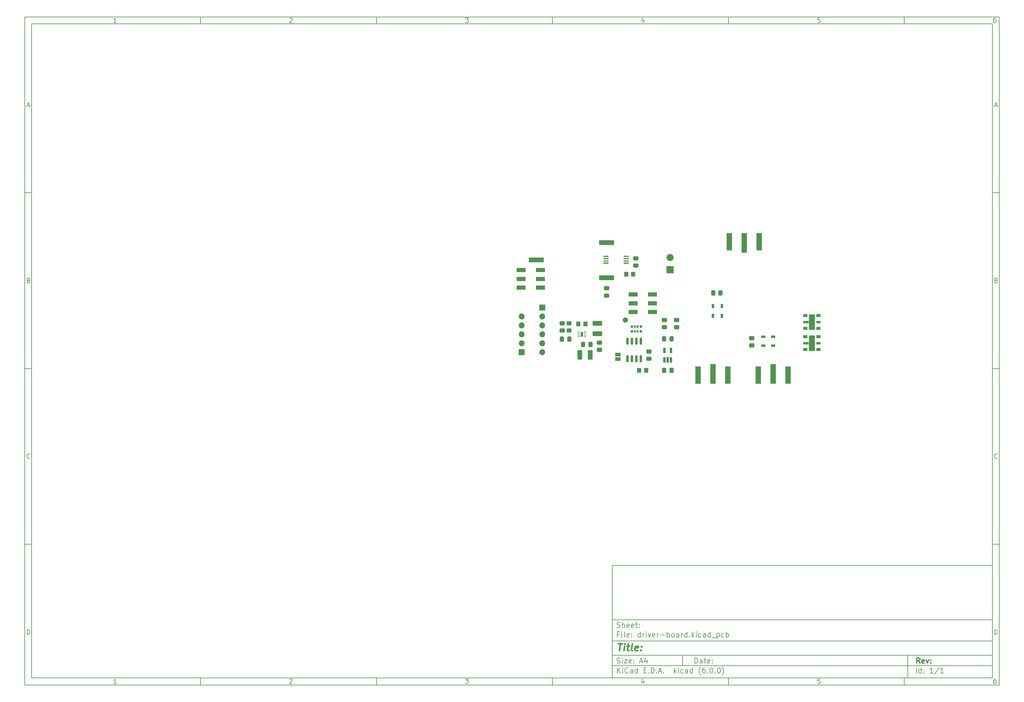
<source format=gbr>
%TF.GenerationSoftware,KiCad,Pcbnew,(6.0.0)*%
%TF.CreationDate,2022-05-25T15:20:13+02:00*%
%TF.ProjectId,driver-board,64726976-6572-42d6-926f-6172642e6b69,rev?*%
%TF.SameCoordinates,Original*%
%TF.FileFunction,Soldermask,Top*%
%TF.FilePolarity,Negative*%
%FSLAX46Y46*%
G04 Gerber Fmt 4.6, Leading zero omitted, Abs format (unit mm)*
G04 Created by KiCad (PCBNEW (6.0.0)) date 2022-05-25 15:20:13*
%MOMM*%
%LPD*%
G01*
G04 APERTURE LIST*
G04 Aperture macros list*
%AMRoundRect*
0 Rectangle with rounded corners*
0 $1 Rounding radius*
0 $2 $3 $4 $5 $6 $7 $8 $9 X,Y pos of 4 corners*
0 Add a 4 corners polygon primitive as box body*
4,1,4,$2,$3,$4,$5,$6,$7,$8,$9,$2,$3,0*
0 Add four circle primitives for the rounded corners*
1,1,$1+$1,$2,$3*
1,1,$1+$1,$4,$5*
1,1,$1+$1,$6,$7*
1,1,$1+$1,$8,$9*
0 Add four rect primitives between the rounded corners*
20,1,$1+$1,$2,$3,$4,$5,0*
20,1,$1+$1,$4,$5,$6,$7,0*
20,1,$1+$1,$6,$7,$8,$9,0*
20,1,$1+$1,$8,$9,$2,$3,0*%
%AMOutline5P*
0 Free polygon, 5 corners , with rotation*
0 The origin of the aperture is its center*
0 number of corners: always 5*
0 $1 to $10 corner X, Y*
0 $11 Rotation angle, in degrees counterclockwise*
0 create outline with 5 corners*
4,1,5,$1,$2,$3,$4,$5,$6,$7,$8,$9,$10,$1,$2,$11*%
%AMOutline6P*
0 Free polygon, 6 corners , with rotation*
0 The origin of the aperture is its center*
0 number of corners: always 6*
0 $1 to $12 corner X, Y*
0 $13 Rotation angle, in degrees counterclockwise*
0 create outline with 6 corners*
4,1,6,$1,$2,$3,$4,$5,$6,$7,$8,$9,$10,$11,$12,$1,$2,$13*%
%AMOutline7P*
0 Free polygon, 7 corners , with rotation*
0 The origin of the aperture is its center*
0 number of corners: always 7*
0 $1 to $14 corner X, Y*
0 $15 Rotation angle, in degrees counterclockwise*
0 create outline with 7 corners*
4,1,7,$1,$2,$3,$4,$5,$6,$7,$8,$9,$10,$11,$12,$13,$14,$1,$2,$15*%
%AMOutline8P*
0 Free polygon, 8 corners , with rotation*
0 The origin of the aperture is its center*
0 number of corners: always 8*
0 $1 to $16 corner X, Y*
0 $17 Rotation angle, in degrees counterclockwise*
0 create outline with 8 corners*
4,1,8,$1,$2,$3,$4,$5,$6,$7,$8,$9,$10,$11,$12,$13,$14,$15,$16,$1,$2,$17*%
G04 Aperture macros list end*
%ADD10C,0.100000*%
%ADD11C,0.150000*%
%ADD12C,0.300000*%
%ADD13C,0.400000*%
%ADD14R,1.700000X1.700000*%
%ADD15O,1.700000X1.700000*%
%ADD16RoundRect,0.062500X-0.287500X-0.062500X0.287500X-0.062500X0.287500X0.062500X-0.287500X0.062500X0*%
%ADD17Outline5P,-0.320000X0.557000X-0.192000X0.685000X0.320000X0.685000X0.320000X-0.685000X-0.320000X-0.685000X0.000000*%
%ADD18RoundRect,0.250000X0.450000X-0.350000X0.450000X0.350000X-0.450000X0.350000X-0.450000X-0.350000X0*%
%ADD19RoundRect,0.250000X0.337500X0.475000X-0.337500X0.475000X-0.337500X-0.475000X0.337500X-0.475000X0*%
%ADD20R,0.640000X0.700000*%
%ADD21R,0.500000X0.700000*%
%ADD22R,1.500000X1.000000*%
%ADD23RoundRect,0.250001X0.462499X1.074999X-0.462499X1.074999X-0.462499X-1.074999X0.462499X-1.074999X0*%
%ADD24R,0.760000X1.270000*%
%ADD25RoundRect,0.250000X0.475000X-0.337500X0.475000X0.337500X-0.475000X0.337500X-0.475000X-0.337500X0*%
%ADD26R,1.500000X5.600000*%
%ADD27R,1.600000X4.900000*%
%ADD28RoundRect,0.250000X-0.475000X0.337500X-0.475000X-0.337500X0.475000X-0.337500X0.475000X0.337500X0*%
%ADD29R,2.500000X1.200000*%
%ADD30RoundRect,0.250000X-0.337500X-0.475000X0.337500X-0.475000X0.337500X0.475000X-0.337500X0.475000X0*%
%ADD31R,2.000000X2.000000*%
%ADD32C,2.000000*%
%ADD33R,1.270000X0.760000*%
%ADD34RoundRect,0.250000X0.350000X0.450000X-0.350000X0.450000X-0.350000X-0.450000X0.350000X-0.450000X0*%
%ADD35R,4.200000X1.400000*%
%ADD36RoundRect,0.100000X0.637500X0.100000X-0.637500X0.100000X-0.637500X-0.100000X0.637500X-0.100000X0*%
%ADD37R,0.650000X1.560000*%
%ADD38RoundRect,0.250001X1.074999X-0.462499X1.074999X0.462499X-1.074999X0.462499X-1.074999X-0.462499X0*%
%ADD39R,1.600000X0.780000*%
%ADD40R,1.800000X4.500000*%
%ADD41R,1.200000X0.850000*%
%ADD42R,1.200000X0.780000*%
%ADD43RoundRect,0.250000X-0.350000X-0.450000X0.350000X-0.450000X0.350000X0.450000X-0.350000X0.450000X0*%
%ADD44C,1.500000*%
%ADD45RoundRect,0.150000X-0.150000X0.825000X-0.150000X-0.825000X0.150000X-0.825000X0.150000X0.825000X0*%
G04 APERTURE END LIST*
D10*
D11*
X177002200Y-166007200D02*
X177002200Y-198007200D01*
X285002200Y-198007200D01*
X285002200Y-166007200D01*
X177002200Y-166007200D01*
D10*
D11*
X10000000Y-10000000D02*
X10000000Y-200007200D01*
X287002200Y-200007200D01*
X287002200Y-10000000D01*
X10000000Y-10000000D01*
D10*
D11*
X12000000Y-12000000D02*
X12000000Y-198007200D01*
X285002200Y-198007200D01*
X285002200Y-12000000D01*
X12000000Y-12000000D01*
D10*
D11*
X60000000Y-12000000D02*
X60000000Y-10000000D01*
D10*
D11*
X110000000Y-12000000D02*
X110000000Y-10000000D01*
D10*
D11*
X160000000Y-12000000D02*
X160000000Y-10000000D01*
D10*
D11*
X210000000Y-12000000D02*
X210000000Y-10000000D01*
D10*
D11*
X260000000Y-12000000D02*
X260000000Y-10000000D01*
D10*
D11*
X36065476Y-11588095D02*
X35322619Y-11588095D01*
X35694047Y-11588095D02*
X35694047Y-10288095D01*
X35570238Y-10473809D01*
X35446428Y-10597619D01*
X35322619Y-10659523D01*
D10*
D11*
X85322619Y-10411904D02*
X85384523Y-10350000D01*
X85508333Y-10288095D01*
X85817857Y-10288095D01*
X85941666Y-10350000D01*
X86003571Y-10411904D01*
X86065476Y-10535714D01*
X86065476Y-10659523D01*
X86003571Y-10845238D01*
X85260714Y-11588095D01*
X86065476Y-11588095D01*
D10*
D11*
X135260714Y-10288095D02*
X136065476Y-10288095D01*
X135632142Y-10783333D01*
X135817857Y-10783333D01*
X135941666Y-10845238D01*
X136003571Y-10907142D01*
X136065476Y-11030952D01*
X136065476Y-11340476D01*
X136003571Y-11464285D01*
X135941666Y-11526190D01*
X135817857Y-11588095D01*
X135446428Y-11588095D01*
X135322619Y-11526190D01*
X135260714Y-11464285D01*
D10*
D11*
X185941666Y-10721428D02*
X185941666Y-11588095D01*
X185632142Y-10226190D02*
X185322619Y-11154761D01*
X186127380Y-11154761D01*
D10*
D11*
X236003571Y-10288095D02*
X235384523Y-10288095D01*
X235322619Y-10907142D01*
X235384523Y-10845238D01*
X235508333Y-10783333D01*
X235817857Y-10783333D01*
X235941666Y-10845238D01*
X236003571Y-10907142D01*
X236065476Y-11030952D01*
X236065476Y-11340476D01*
X236003571Y-11464285D01*
X235941666Y-11526190D01*
X235817857Y-11588095D01*
X235508333Y-11588095D01*
X235384523Y-11526190D01*
X235322619Y-11464285D01*
D10*
D11*
X285941666Y-10288095D02*
X285694047Y-10288095D01*
X285570238Y-10350000D01*
X285508333Y-10411904D01*
X285384523Y-10597619D01*
X285322619Y-10845238D01*
X285322619Y-11340476D01*
X285384523Y-11464285D01*
X285446428Y-11526190D01*
X285570238Y-11588095D01*
X285817857Y-11588095D01*
X285941666Y-11526190D01*
X286003571Y-11464285D01*
X286065476Y-11340476D01*
X286065476Y-11030952D01*
X286003571Y-10907142D01*
X285941666Y-10845238D01*
X285817857Y-10783333D01*
X285570238Y-10783333D01*
X285446428Y-10845238D01*
X285384523Y-10907142D01*
X285322619Y-11030952D01*
D10*
D11*
X60000000Y-198007200D02*
X60000000Y-200007200D01*
D10*
D11*
X110000000Y-198007200D02*
X110000000Y-200007200D01*
D10*
D11*
X160000000Y-198007200D02*
X160000000Y-200007200D01*
D10*
D11*
X210000000Y-198007200D02*
X210000000Y-200007200D01*
D10*
D11*
X260000000Y-198007200D02*
X260000000Y-200007200D01*
D10*
D11*
X36065476Y-199595295D02*
X35322619Y-199595295D01*
X35694047Y-199595295D02*
X35694047Y-198295295D01*
X35570238Y-198481009D01*
X35446428Y-198604819D01*
X35322619Y-198666723D01*
D10*
D11*
X85322619Y-198419104D02*
X85384523Y-198357200D01*
X85508333Y-198295295D01*
X85817857Y-198295295D01*
X85941666Y-198357200D01*
X86003571Y-198419104D01*
X86065476Y-198542914D01*
X86065476Y-198666723D01*
X86003571Y-198852438D01*
X85260714Y-199595295D01*
X86065476Y-199595295D01*
D10*
D11*
X135260714Y-198295295D02*
X136065476Y-198295295D01*
X135632142Y-198790533D01*
X135817857Y-198790533D01*
X135941666Y-198852438D01*
X136003571Y-198914342D01*
X136065476Y-199038152D01*
X136065476Y-199347676D01*
X136003571Y-199471485D01*
X135941666Y-199533390D01*
X135817857Y-199595295D01*
X135446428Y-199595295D01*
X135322619Y-199533390D01*
X135260714Y-199471485D01*
D10*
D11*
X185941666Y-198728628D02*
X185941666Y-199595295D01*
X185632142Y-198233390D02*
X185322619Y-199161961D01*
X186127380Y-199161961D01*
D10*
D11*
X236003571Y-198295295D02*
X235384523Y-198295295D01*
X235322619Y-198914342D01*
X235384523Y-198852438D01*
X235508333Y-198790533D01*
X235817857Y-198790533D01*
X235941666Y-198852438D01*
X236003571Y-198914342D01*
X236065476Y-199038152D01*
X236065476Y-199347676D01*
X236003571Y-199471485D01*
X235941666Y-199533390D01*
X235817857Y-199595295D01*
X235508333Y-199595295D01*
X235384523Y-199533390D01*
X235322619Y-199471485D01*
D10*
D11*
X285941666Y-198295295D02*
X285694047Y-198295295D01*
X285570238Y-198357200D01*
X285508333Y-198419104D01*
X285384523Y-198604819D01*
X285322619Y-198852438D01*
X285322619Y-199347676D01*
X285384523Y-199471485D01*
X285446428Y-199533390D01*
X285570238Y-199595295D01*
X285817857Y-199595295D01*
X285941666Y-199533390D01*
X286003571Y-199471485D01*
X286065476Y-199347676D01*
X286065476Y-199038152D01*
X286003571Y-198914342D01*
X285941666Y-198852438D01*
X285817857Y-198790533D01*
X285570238Y-198790533D01*
X285446428Y-198852438D01*
X285384523Y-198914342D01*
X285322619Y-199038152D01*
D10*
D11*
X10000000Y-60000000D02*
X12000000Y-60000000D01*
D10*
D11*
X10000000Y-110000000D02*
X12000000Y-110000000D01*
D10*
D11*
X10000000Y-160000000D02*
X12000000Y-160000000D01*
D10*
D11*
X10690476Y-35216666D02*
X11309523Y-35216666D01*
X10566666Y-35588095D02*
X11000000Y-34288095D01*
X11433333Y-35588095D01*
D10*
D11*
X11092857Y-84907142D02*
X11278571Y-84969047D01*
X11340476Y-85030952D01*
X11402380Y-85154761D01*
X11402380Y-85340476D01*
X11340476Y-85464285D01*
X11278571Y-85526190D01*
X11154761Y-85588095D01*
X10659523Y-85588095D01*
X10659523Y-84288095D01*
X11092857Y-84288095D01*
X11216666Y-84350000D01*
X11278571Y-84411904D01*
X11340476Y-84535714D01*
X11340476Y-84659523D01*
X11278571Y-84783333D01*
X11216666Y-84845238D01*
X11092857Y-84907142D01*
X10659523Y-84907142D01*
D10*
D11*
X11402380Y-135464285D02*
X11340476Y-135526190D01*
X11154761Y-135588095D01*
X11030952Y-135588095D01*
X10845238Y-135526190D01*
X10721428Y-135402380D01*
X10659523Y-135278571D01*
X10597619Y-135030952D01*
X10597619Y-134845238D01*
X10659523Y-134597619D01*
X10721428Y-134473809D01*
X10845238Y-134350000D01*
X11030952Y-134288095D01*
X11154761Y-134288095D01*
X11340476Y-134350000D01*
X11402380Y-134411904D01*
D10*
D11*
X10659523Y-185588095D02*
X10659523Y-184288095D01*
X10969047Y-184288095D01*
X11154761Y-184350000D01*
X11278571Y-184473809D01*
X11340476Y-184597619D01*
X11402380Y-184845238D01*
X11402380Y-185030952D01*
X11340476Y-185278571D01*
X11278571Y-185402380D01*
X11154761Y-185526190D01*
X10969047Y-185588095D01*
X10659523Y-185588095D01*
D10*
D11*
X287002200Y-60000000D02*
X285002200Y-60000000D01*
D10*
D11*
X287002200Y-110000000D02*
X285002200Y-110000000D01*
D10*
D11*
X287002200Y-160000000D02*
X285002200Y-160000000D01*
D10*
D11*
X285692676Y-35216666D02*
X286311723Y-35216666D01*
X285568866Y-35588095D02*
X286002200Y-34288095D01*
X286435533Y-35588095D01*
D10*
D11*
X286095057Y-84907142D02*
X286280771Y-84969047D01*
X286342676Y-85030952D01*
X286404580Y-85154761D01*
X286404580Y-85340476D01*
X286342676Y-85464285D01*
X286280771Y-85526190D01*
X286156961Y-85588095D01*
X285661723Y-85588095D01*
X285661723Y-84288095D01*
X286095057Y-84288095D01*
X286218866Y-84350000D01*
X286280771Y-84411904D01*
X286342676Y-84535714D01*
X286342676Y-84659523D01*
X286280771Y-84783333D01*
X286218866Y-84845238D01*
X286095057Y-84907142D01*
X285661723Y-84907142D01*
D10*
D11*
X286404580Y-135464285D02*
X286342676Y-135526190D01*
X286156961Y-135588095D01*
X286033152Y-135588095D01*
X285847438Y-135526190D01*
X285723628Y-135402380D01*
X285661723Y-135278571D01*
X285599819Y-135030952D01*
X285599819Y-134845238D01*
X285661723Y-134597619D01*
X285723628Y-134473809D01*
X285847438Y-134350000D01*
X286033152Y-134288095D01*
X286156961Y-134288095D01*
X286342676Y-134350000D01*
X286404580Y-134411904D01*
D10*
D11*
X285661723Y-185588095D02*
X285661723Y-184288095D01*
X285971247Y-184288095D01*
X286156961Y-184350000D01*
X286280771Y-184473809D01*
X286342676Y-184597619D01*
X286404580Y-184845238D01*
X286404580Y-185030952D01*
X286342676Y-185278571D01*
X286280771Y-185402380D01*
X286156961Y-185526190D01*
X285971247Y-185588095D01*
X285661723Y-185588095D01*
D10*
D11*
X200434342Y-193785771D02*
X200434342Y-192285771D01*
X200791485Y-192285771D01*
X201005771Y-192357200D01*
X201148628Y-192500057D01*
X201220057Y-192642914D01*
X201291485Y-192928628D01*
X201291485Y-193142914D01*
X201220057Y-193428628D01*
X201148628Y-193571485D01*
X201005771Y-193714342D01*
X200791485Y-193785771D01*
X200434342Y-193785771D01*
X202577200Y-193785771D02*
X202577200Y-193000057D01*
X202505771Y-192857200D01*
X202362914Y-192785771D01*
X202077200Y-192785771D01*
X201934342Y-192857200D01*
X202577200Y-193714342D02*
X202434342Y-193785771D01*
X202077200Y-193785771D01*
X201934342Y-193714342D01*
X201862914Y-193571485D01*
X201862914Y-193428628D01*
X201934342Y-193285771D01*
X202077200Y-193214342D01*
X202434342Y-193214342D01*
X202577200Y-193142914D01*
X203077200Y-192785771D02*
X203648628Y-192785771D01*
X203291485Y-192285771D02*
X203291485Y-193571485D01*
X203362914Y-193714342D01*
X203505771Y-193785771D01*
X203648628Y-193785771D01*
X204720057Y-193714342D02*
X204577200Y-193785771D01*
X204291485Y-193785771D01*
X204148628Y-193714342D01*
X204077200Y-193571485D01*
X204077200Y-193000057D01*
X204148628Y-192857200D01*
X204291485Y-192785771D01*
X204577200Y-192785771D01*
X204720057Y-192857200D01*
X204791485Y-193000057D01*
X204791485Y-193142914D01*
X204077200Y-193285771D01*
X205434342Y-193642914D02*
X205505771Y-193714342D01*
X205434342Y-193785771D01*
X205362914Y-193714342D01*
X205434342Y-193642914D01*
X205434342Y-193785771D01*
X205434342Y-192857200D02*
X205505771Y-192928628D01*
X205434342Y-193000057D01*
X205362914Y-192928628D01*
X205434342Y-192857200D01*
X205434342Y-193000057D01*
D10*
D11*
X177002200Y-194507200D02*
X285002200Y-194507200D01*
D10*
D11*
X178434342Y-196585771D02*
X178434342Y-195085771D01*
X179291485Y-196585771D02*
X178648628Y-195728628D01*
X179291485Y-195085771D02*
X178434342Y-195942914D01*
X179934342Y-196585771D02*
X179934342Y-195585771D01*
X179934342Y-195085771D02*
X179862914Y-195157200D01*
X179934342Y-195228628D01*
X180005771Y-195157200D01*
X179934342Y-195085771D01*
X179934342Y-195228628D01*
X181505771Y-196442914D02*
X181434342Y-196514342D01*
X181220057Y-196585771D01*
X181077200Y-196585771D01*
X180862914Y-196514342D01*
X180720057Y-196371485D01*
X180648628Y-196228628D01*
X180577200Y-195942914D01*
X180577200Y-195728628D01*
X180648628Y-195442914D01*
X180720057Y-195300057D01*
X180862914Y-195157200D01*
X181077200Y-195085771D01*
X181220057Y-195085771D01*
X181434342Y-195157200D01*
X181505771Y-195228628D01*
X182791485Y-196585771D02*
X182791485Y-195800057D01*
X182720057Y-195657200D01*
X182577200Y-195585771D01*
X182291485Y-195585771D01*
X182148628Y-195657200D01*
X182791485Y-196514342D02*
X182648628Y-196585771D01*
X182291485Y-196585771D01*
X182148628Y-196514342D01*
X182077200Y-196371485D01*
X182077200Y-196228628D01*
X182148628Y-196085771D01*
X182291485Y-196014342D01*
X182648628Y-196014342D01*
X182791485Y-195942914D01*
X184148628Y-196585771D02*
X184148628Y-195085771D01*
X184148628Y-196514342D02*
X184005771Y-196585771D01*
X183720057Y-196585771D01*
X183577200Y-196514342D01*
X183505771Y-196442914D01*
X183434342Y-196300057D01*
X183434342Y-195871485D01*
X183505771Y-195728628D01*
X183577200Y-195657200D01*
X183720057Y-195585771D01*
X184005771Y-195585771D01*
X184148628Y-195657200D01*
X186005771Y-195800057D02*
X186505771Y-195800057D01*
X186720057Y-196585771D02*
X186005771Y-196585771D01*
X186005771Y-195085771D01*
X186720057Y-195085771D01*
X187362914Y-196442914D02*
X187434342Y-196514342D01*
X187362914Y-196585771D01*
X187291485Y-196514342D01*
X187362914Y-196442914D01*
X187362914Y-196585771D01*
X188077200Y-196585771D02*
X188077200Y-195085771D01*
X188434342Y-195085771D01*
X188648628Y-195157200D01*
X188791485Y-195300057D01*
X188862914Y-195442914D01*
X188934342Y-195728628D01*
X188934342Y-195942914D01*
X188862914Y-196228628D01*
X188791485Y-196371485D01*
X188648628Y-196514342D01*
X188434342Y-196585771D01*
X188077200Y-196585771D01*
X189577200Y-196442914D02*
X189648628Y-196514342D01*
X189577200Y-196585771D01*
X189505771Y-196514342D01*
X189577200Y-196442914D01*
X189577200Y-196585771D01*
X190220057Y-196157200D02*
X190934342Y-196157200D01*
X190077200Y-196585771D02*
X190577200Y-195085771D01*
X191077200Y-196585771D01*
X191577200Y-196442914D02*
X191648628Y-196514342D01*
X191577200Y-196585771D01*
X191505771Y-196514342D01*
X191577200Y-196442914D01*
X191577200Y-196585771D01*
X194577200Y-196585771D02*
X194577200Y-195085771D01*
X194720057Y-196014342D02*
X195148628Y-196585771D01*
X195148628Y-195585771D02*
X194577200Y-196157200D01*
X195791485Y-196585771D02*
X195791485Y-195585771D01*
X195791485Y-195085771D02*
X195720057Y-195157200D01*
X195791485Y-195228628D01*
X195862914Y-195157200D01*
X195791485Y-195085771D01*
X195791485Y-195228628D01*
X197148628Y-196514342D02*
X197005771Y-196585771D01*
X196720057Y-196585771D01*
X196577200Y-196514342D01*
X196505771Y-196442914D01*
X196434342Y-196300057D01*
X196434342Y-195871485D01*
X196505771Y-195728628D01*
X196577200Y-195657200D01*
X196720057Y-195585771D01*
X197005771Y-195585771D01*
X197148628Y-195657200D01*
X198434342Y-196585771D02*
X198434342Y-195800057D01*
X198362914Y-195657200D01*
X198220057Y-195585771D01*
X197934342Y-195585771D01*
X197791485Y-195657200D01*
X198434342Y-196514342D02*
X198291485Y-196585771D01*
X197934342Y-196585771D01*
X197791485Y-196514342D01*
X197720057Y-196371485D01*
X197720057Y-196228628D01*
X197791485Y-196085771D01*
X197934342Y-196014342D01*
X198291485Y-196014342D01*
X198434342Y-195942914D01*
X199791485Y-196585771D02*
X199791485Y-195085771D01*
X199791485Y-196514342D02*
X199648628Y-196585771D01*
X199362914Y-196585771D01*
X199220057Y-196514342D01*
X199148628Y-196442914D01*
X199077200Y-196300057D01*
X199077200Y-195871485D01*
X199148628Y-195728628D01*
X199220057Y-195657200D01*
X199362914Y-195585771D01*
X199648628Y-195585771D01*
X199791485Y-195657200D01*
X202077200Y-197157200D02*
X202005771Y-197085771D01*
X201862914Y-196871485D01*
X201791485Y-196728628D01*
X201720057Y-196514342D01*
X201648628Y-196157200D01*
X201648628Y-195871485D01*
X201720057Y-195514342D01*
X201791485Y-195300057D01*
X201862914Y-195157200D01*
X202005771Y-194942914D01*
X202077200Y-194871485D01*
X203291485Y-195085771D02*
X203005771Y-195085771D01*
X202862914Y-195157200D01*
X202791485Y-195228628D01*
X202648628Y-195442914D01*
X202577200Y-195728628D01*
X202577200Y-196300057D01*
X202648628Y-196442914D01*
X202720057Y-196514342D01*
X202862914Y-196585771D01*
X203148628Y-196585771D01*
X203291485Y-196514342D01*
X203362914Y-196442914D01*
X203434342Y-196300057D01*
X203434342Y-195942914D01*
X203362914Y-195800057D01*
X203291485Y-195728628D01*
X203148628Y-195657200D01*
X202862914Y-195657200D01*
X202720057Y-195728628D01*
X202648628Y-195800057D01*
X202577200Y-195942914D01*
X204077200Y-196442914D02*
X204148628Y-196514342D01*
X204077200Y-196585771D01*
X204005771Y-196514342D01*
X204077200Y-196442914D01*
X204077200Y-196585771D01*
X205077200Y-195085771D02*
X205220057Y-195085771D01*
X205362914Y-195157200D01*
X205434342Y-195228628D01*
X205505771Y-195371485D01*
X205577200Y-195657200D01*
X205577200Y-196014342D01*
X205505771Y-196300057D01*
X205434342Y-196442914D01*
X205362914Y-196514342D01*
X205220057Y-196585771D01*
X205077200Y-196585771D01*
X204934342Y-196514342D01*
X204862914Y-196442914D01*
X204791485Y-196300057D01*
X204720057Y-196014342D01*
X204720057Y-195657200D01*
X204791485Y-195371485D01*
X204862914Y-195228628D01*
X204934342Y-195157200D01*
X205077200Y-195085771D01*
X206220057Y-196442914D02*
X206291485Y-196514342D01*
X206220057Y-196585771D01*
X206148628Y-196514342D01*
X206220057Y-196442914D01*
X206220057Y-196585771D01*
X207220057Y-195085771D02*
X207362914Y-195085771D01*
X207505771Y-195157200D01*
X207577200Y-195228628D01*
X207648628Y-195371485D01*
X207720057Y-195657200D01*
X207720057Y-196014342D01*
X207648628Y-196300057D01*
X207577200Y-196442914D01*
X207505771Y-196514342D01*
X207362914Y-196585771D01*
X207220057Y-196585771D01*
X207077200Y-196514342D01*
X207005771Y-196442914D01*
X206934342Y-196300057D01*
X206862914Y-196014342D01*
X206862914Y-195657200D01*
X206934342Y-195371485D01*
X207005771Y-195228628D01*
X207077200Y-195157200D01*
X207220057Y-195085771D01*
X208220057Y-197157200D02*
X208291485Y-197085771D01*
X208434342Y-196871485D01*
X208505771Y-196728628D01*
X208577200Y-196514342D01*
X208648628Y-196157200D01*
X208648628Y-195871485D01*
X208577200Y-195514342D01*
X208505771Y-195300057D01*
X208434342Y-195157200D01*
X208291485Y-194942914D01*
X208220057Y-194871485D01*
D10*
D11*
X177002200Y-191507200D02*
X285002200Y-191507200D01*
D10*
D12*
X264411485Y-193785771D02*
X263911485Y-193071485D01*
X263554342Y-193785771D02*
X263554342Y-192285771D01*
X264125771Y-192285771D01*
X264268628Y-192357200D01*
X264340057Y-192428628D01*
X264411485Y-192571485D01*
X264411485Y-192785771D01*
X264340057Y-192928628D01*
X264268628Y-193000057D01*
X264125771Y-193071485D01*
X263554342Y-193071485D01*
X265625771Y-193714342D02*
X265482914Y-193785771D01*
X265197200Y-193785771D01*
X265054342Y-193714342D01*
X264982914Y-193571485D01*
X264982914Y-193000057D01*
X265054342Y-192857200D01*
X265197200Y-192785771D01*
X265482914Y-192785771D01*
X265625771Y-192857200D01*
X265697200Y-193000057D01*
X265697200Y-193142914D01*
X264982914Y-193285771D01*
X266197200Y-192785771D02*
X266554342Y-193785771D01*
X266911485Y-192785771D01*
X267482914Y-193642914D02*
X267554342Y-193714342D01*
X267482914Y-193785771D01*
X267411485Y-193714342D01*
X267482914Y-193642914D01*
X267482914Y-193785771D01*
X267482914Y-192857200D02*
X267554342Y-192928628D01*
X267482914Y-193000057D01*
X267411485Y-192928628D01*
X267482914Y-192857200D01*
X267482914Y-193000057D01*
D10*
D11*
X178362914Y-193714342D02*
X178577200Y-193785771D01*
X178934342Y-193785771D01*
X179077200Y-193714342D01*
X179148628Y-193642914D01*
X179220057Y-193500057D01*
X179220057Y-193357200D01*
X179148628Y-193214342D01*
X179077200Y-193142914D01*
X178934342Y-193071485D01*
X178648628Y-193000057D01*
X178505771Y-192928628D01*
X178434342Y-192857200D01*
X178362914Y-192714342D01*
X178362914Y-192571485D01*
X178434342Y-192428628D01*
X178505771Y-192357200D01*
X178648628Y-192285771D01*
X179005771Y-192285771D01*
X179220057Y-192357200D01*
X179862914Y-193785771D02*
X179862914Y-192785771D01*
X179862914Y-192285771D02*
X179791485Y-192357200D01*
X179862914Y-192428628D01*
X179934342Y-192357200D01*
X179862914Y-192285771D01*
X179862914Y-192428628D01*
X180434342Y-192785771D02*
X181220057Y-192785771D01*
X180434342Y-193785771D01*
X181220057Y-193785771D01*
X182362914Y-193714342D02*
X182220057Y-193785771D01*
X181934342Y-193785771D01*
X181791485Y-193714342D01*
X181720057Y-193571485D01*
X181720057Y-193000057D01*
X181791485Y-192857200D01*
X181934342Y-192785771D01*
X182220057Y-192785771D01*
X182362914Y-192857200D01*
X182434342Y-193000057D01*
X182434342Y-193142914D01*
X181720057Y-193285771D01*
X183077200Y-193642914D02*
X183148628Y-193714342D01*
X183077200Y-193785771D01*
X183005771Y-193714342D01*
X183077200Y-193642914D01*
X183077200Y-193785771D01*
X183077200Y-192857200D02*
X183148628Y-192928628D01*
X183077200Y-193000057D01*
X183005771Y-192928628D01*
X183077200Y-192857200D01*
X183077200Y-193000057D01*
X184862914Y-193357200D02*
X185577200Y-193357200D01*
X184720057Y-193785771D02*
X185220057Y-192285771D01*
X185720057Y-193785771D01*
X186862914Y-192785771D02*
X186862914Y-193785771D01*
X186505771Y-192214342D02*
X186148628Y-193285771D01*
X187077200Y-193285771D01*
D10*
D11*
X263434342Y-196585771D02*
X263434342Y-195085771D01*
X264791485Y-196585771D02*
X264791485Y-195085771D01*
X264791485Y-196514342D02*
X264648628Y-196585771D01*
X264362914Y-196585771D01*
X264220057Y-196514342D01*
X264148628Y-196442914D01*
X264077200Y-196300057D01*
X264077200Y-195871485D01*
X264148628Y-195728628D01*
X264220057Y-195657200D01*
X264362914Y-195585771D01*
X264648628Y-195585771D01*
X264791485Y-195657200D01*
X265505771Y-196442914D02*
X265577200Y-196514342D01*
X265505771Y-196585771D01*
X265434342Y-196514342D01*
X265505771Y-196442914D01*
X265505771Y-196585771D01*
X265505771Y-195657200D02*
X265577200Y-195728628D01*
X265505771Y-195800057D01*
X265434342Y-195728628D01*
X265505771Y-195657200D01*
X265505771Y-195800057D01*
X268148628Y-196585771D02*
X267291485Y-196585771D01*
X267720057Y-196585771D02*
X267720057Y-195085771D01*
X267577200Y-195300057D01*
X267434342Y-195442914D01*
X267291485Y-195514342D01*
X269862914Y-195014342D02*
X268577200Y-196942914D01*
X271148628Y-196585771D02*
X270291485Y-196585771D01*
X270720057Y-196585771D02*
X270720057Y-195085771D01*
X270577200Y-195300057D01*
X270434342Y-195442914D01*
X270291485Y-195514342D01*
D10*
D11*
X177002200Y-187507200D02*
X285002200Y-187507200D01*
D10*
D13*
X178714580Y-188211961D02*
X179857438Y-188211961D01*
X179036009Y-190211961D02*
X179286009Y-188211961D01*
X180274104Y-190211961D02*
X180440771Y-188878628D01*
X180524104Y-188211961D02*
X180416961Y-188307200D01*
X180500295Y-188402438D01*
X180607438Y-188307200D01*
X180524104Y-188211961D01*
X180500295Y-188402438D01*
X181107438Y-188878628D02*
X181869342Y-188878628D01*
X181476485Y-188211961D02*
X181262200Y-189926247D01*
X181333628Y-190116723D01*
X181512200Y-190211961D01*
X181702676Y-190211961D01*
X182655057Y-190211961D02*
X182476485Y-190116723D01*
X182405057Y-189926247D01*
X182619342Y-188211961D01*
X184190771Y-190116723D02*
X183988390Y-190211961D01*
X183607438Y-190211961D01*
X183428866Y-190116723D01*
X183357438Y-189926247D01*
X183452676Y-189164342D01*
X183571723Y-188973866D01*
X183774104Y-188878628D01*
X184155057Y-188878628D01*
X184333628Y-188973866D01*
X184405057Y-189164342D01*
X184381247Y-189354819D01*
X183405057Y-189545295D01*
X185155057Y-190021485D02*
X185238390Y-190116723D01*
X185131247Y-190211961D01*
X185047914Y-190116723D01*
X185155057Y-190021485D01*
X185131247Y-190211961D01*
X185286009Y-188973866D02*
X185369342Y-189069104D01*
X185262200Y-189164342D01*
X185178866Y-189069104D01*
X185286009Y-188973866D01*
X185262200Y-189164342D01*
D10*
D11*
X178934342Y-185600057D02*
X178434342Y-185600057D01*
X178434342Y-186385771D02*
X178434342Y-184885771D01*
X179148628Y-184885771D01*
X179720057Y-186385771D02*
X179720057Y-185385771D01*
X179720057Y-184885771D02*
X179648628Y-184957200D01*
X179720057Y-185028628D01*
X179791485Y-184957200D01*
X179720057Y-184885771D01*
X179720057Y-185028628D01*
X180648628Y-186385771D02*
X180505771Y-186314342D01*
X180434342Y-186171485D01*
X180434342Y-184885771D01*
X181791485Y-186314342D02*
X181648628Y-186385771D01*
X181362914Y-186385771D01*
X181220057Y-186314342D01*
X181148628Y-186171485D01*
X181148628Y-185600057D01*
X181220057Y-185457200D01*
X181362914Y-185385771D01*
X181648628Y-185385771D01*
X181791485Y-185457200D01*
X181862914Y-185600057D01*
X181862914Y-185742914D01*
X181148628Y-185885771D01*
X182505771Y-186242914D02*
X182577200Y-186314342D01*
X182505771Y-186385771D01*
X182434342Y-186314342D01*
X182505771Y-186242914D01*
X182505771Y-186385771D01*
X182505771Y-185457200D02*
X182577200Y-185528628D01*
X182505771Y-185600057D01*
X182434342Y-185528628D01*
X182505771Y-185457200D01*
X182505771Y-185600057D01*
X185005771Y-186385771D02*
X185005771Y-184885771D01*
X185005771Y-186314342D02*
X184862914Y-186385771D01*
X184577200Y-186385771D01*
X184434342Y-186314342D01*
X184362914Y-186242914D01*
X184291485Y-186100057D01*
X184291485Y-185671485D01*
X184362914Y-185528628D01*
X184434342Y-185457200D01*
X184577200Y-185385771D01*
X184862914Y-185385771D01*
X185005771Y-185457200D01*
X185720057Y-186385771D02*
X185720057Y-185385771D01*
X185720057Y-185671485D02*
X185791485Y-185528628D01*
X185862914Y-185457200D01*
X186005771Y-185385771D01*
X186148628Y-185385771D01*
X186648628Y-186385771D02*
X186648628Y-185385771D01*
X186648628Y-184885771D02*
X186577200Y-184957200D01*
X186648628Y-185028628D01*
X186720057Y-184957200D01*
X186648628Y-184885771D01*
X186648628Y-185028628D01*
X187220057Y-185385771D02*
X187577200Y-186385771D01*
X187934342Y-185385771D01*
X189077200Y-186314342D02*
X188934342Y-186385771D01*
X188648628Y-186385771D01*
X188505771Y-186314342D01*
X188434342Y-186171485D01*
X188434342Y-185600057D01*
X188505771Y-185457200D01*
X188648628Y-185385771D01*
X188934342Y-185385771D01*
X189077200Y-185457200D01*
X189148628Y-185600057D01*
X189148628Y-185742914D01*
X188434342Y-185885771D01*
X189791485Y-186385771D02*
X189791485Y-185385771D01*
X189791485Y-185671485D02*
X189862914Y-185528628D01*
X189934342Y-185457200D01*
X190077200Y-185385771D01*
X190220057Y-185385771D01*
X190720057Y-185814342D02*
X191862914Y-185814342D01*
X192577200Y-186385771D02*
X192577200Y-184885771D01*
X192577200Y-185457200D02*
X192720057Y-185385771D01*
X193005771Y-185385771D01*
X193148628Y-185457200D01*
X193220057Y-185528628D01*
X193291485Y-185671485D01*
X193291485Y-186100057D01*
X193220057Y-186242914D01*
X193148628Y-186314342D01*
X193005771Y-186385771D01*
X192720057Y-186385771D01*
X192577200Y-186314342D01*
X194148628Y-186385771D02*
X194005771Y-186314342D01*
X193934342Y-186242914D01*
X193862914Y-186100057D01*
X193862914Y-185671485D01*
X193934342Y-185528628D01*
X194005771Y-185457200D01*
X194148628Y-185385771D01*
X194362914Y-185385771D01*
X194505771Y-185457200D01*
X194577200Y-185528628D01*
X194648628Y-185671485D01*
X194648628Y-186100057D01*
X194577200Y-186242914D01*
X194505771Y-186314342D01*
X194362914Y-186385771D01*
X194148628Y-186385771D01*
X195934342Y-186385771D02*
X195934342Y-185600057D01*
X195862914Y-185457200D01*
X195720057Y-185385771D01*
X195434342Y-185385771D01*
X195291485Y-185457200D01*
X195934342Y-186314342D02*
X195791485Y-186385771D01*
X195434342Y-186385771D01*
X195291485Y-186314342D01*
X195220057Y-186171485D01*
X195220057Y-186028628D01*
X195291485Y-185885771D01*
X195434342Y-185814342D01*
X195791485Y-185814342D01*
X195934342Y-185742914D01*
X196648628Y-186385771D02*
X196648628Y-185385771D01*
X196648628Y-185671485D02*
X196720057Y-185528628D01*
X196791485Y-185457200D01*
X196934342Y-185385771D01*
X197077200Y-185385771D01*
X198220057Y-186385771D02*
X198220057Y-184885771D01*
X198220057Y-186314342D02*
X198077200Y-186385771D01*
X197791485Y-186385771D01*
X197648628Y-186314342D01*
X197577200Y-186242914D01*
X197505771Y-186100057D01*
X197505771Y-185671485D01*
X197577200Y-185528628D01*
X197648628Y-185457200D01*
X197791485Y-185385771D01*
X198077200Y-185385771D01*
X198220057Y-185457200D01*
X198934342Y-186242914D02*
X199005771Y-186314342D01*
X198934342Y-186385771D01*
X198862914Y-186314342D01*
X198934342Y-186242914D01*
X198934342Y-186385771D01*
X199648628Y-186385771D02*
X199648628Y-184885771D01*
X199791485Y-185814342D02*
X200220057Y-186385771D01*
X200220057Y-185385771D02*
X199648628Y-185957200D01*
X200862914Y-186385771D02*
X200862914Y-185385771D01*
X200862914Y-184885771D02*
X200791485Y-184957200D01*
X200862914Y-185028628D01*
X200934342Y-184957200D01*
X200862914Y-184885771D01*
X200862914Y-185028628D01*
X202220057Y-186314342D02*
X202077200Y-186385771D01*
X201791485Y-186385771D01*
X201648628Y-186314342D01*
X201577200Y-186242914D01*
X201505771Y-186100057D01*
X201505771Y-185671485D01*
X201577200Y-185528628D01*
X201648628Y-185457200D01*
X201791485Y-185385771D01*
X202077200Y-185385771D01*
X202220057Y-185457200D01*
X203505771Y-186385771D02*
X203505771Y-185600057D01*
X203434342Y-185457200D01*
X203291485Y-185385771D01*
X203005771Y-185385771D01*
X202862914Y-185457200D01*
X203505771Y-186314342D02*
X203362914Y-186385771D01*
X203005771Y-186385771D01*
X202862914Y-186314342D01*
X202791485Y-186171485D01*
X202791485Y-186028628D01*
X202862914Y-185885771D01*
X203005771Y-185814342D01*
X203362914Y-185814342D01*
X203505771Y-185742914D01*
X204862914Y-186385771D02*
X204862914Y-184885771D01*
X204862914Y-186314342D02*
X204720057Y-186385771D01*
X204434342Y-186385771D01*
X204291485Y-186314342D01*
X204220057Y-186242914D01*
X204148628Y-186100057D01*
X204148628Y-185671485D01*
X204220057Y-185528628D01*
X204291485Y-185457200D01*
X204434342Y-185385771D01*
X204720057Y-185385771D01*
X204862914Y-185457200D01*
X205220057Y-186528628D02*
X206362914Y-186528628D01*
X206720057Y-185385771D02*
X206720057Y-186885771D01*
X206720057Y-185457200D02*
X206862914Y-185385771D01*
X207148628Y-185385771D01*
X207291485Y-185457200D01*
X207362914Y-185528628D01*
X207434342Y-185671485D01*
X207434342Y-186100057D01*
X207362914Y-186242914D01*
X207291485Y-186314342D01*
X207148628Y-186385771D01*
X206862914Y-186385771D01*
X206720057Y-186314342D01*
X208720057Y-186314342D02*
X208577200Y-186385771D01*
X208291485Y-186385771D01*
X208148628Y-186314342D01*
X208077200Y-186242914D01*
X208005771Y-186100057D01*
X208005771Y-185671485D01*
X208077200Y-185528628D01*
X208148628Y-185457200D01*
X208291485Y-185385771D01*
X208577200Y-185385771D01*
X208720057Y-185457200D01*
X209362914Y-186385771D02*
X209362914Y-184885771D01*
X209362914Y-185457200D02*
X209505771Y-185385771D01*
X209791485Y-185385771D01*
X209934342Y-185457200D01*
X210005771Y-185528628D01*
X210077200Y-185671485D01*
X210077200Y-186100057D01*
X210005771Y-186242914D01*
X209934342Y-186314342D01*
X209791485Y-186385771D01*
X209505771Y-186385771D01*
X209362914Y-186314342D01*
D10*
D11*
X177002200Y-181507200D02*
X285002200Y-181507200D01*
D10*
D11*
X178362914Y-183614342D02*
X178577200Y-183685771D01*
X178934342Y-183685771D01*
X179077200Y-183614342D01*
X179148628Y-183542914D01*
X179220057Y-183400057D01*
X179220057Y-183257200D01*
X179148628Y-183114342D01*
X179077200Y-183042914D01*
X178934342Y-182971485D01*
X178648628Y-182900057D01*
X178505771Y-182828628D01*
X178434342Y-182757200D01*
X178362914Y-182614342D01*
X178362914Y-182471485D01*
X178434342Y-182328628D01*
X178505771Y-182257200D01*
X178648628Y-182185771D01*
X179005771Y-182185771D01*
X179220057Y-182257200D01*
X179862914Y-183685771D02*
X179862914Y-182185771D01*
X180505771Y-183685771D02*
X180505771Y-182900057D01*
X180434342Y-182757200D01*
X180291485Y-182685771D01*
X180077200Y-182685771D01*
X179934342Y-182757200D01*
X179862914Y-182828628D01*
X181791485Y-183614342D02*
X181648628Y-183685771D01*
X181362914Y-183685771D01*
X181220057Y-183614342D01*
X181148628Y-183471485D01*
X181148628Y-182900057D01*
X181220057Y-182757200D01*
X181362914Y-182685771D01*
X181648628Y-182685771D01*
X181791485Y-182757200D01*
X181862914Y-182900057D01*
X181862914Y-183042914D01*
X181148628Y-183185771D01*
X183077200Y-183614342D02*
X182934342Y-183685771D01*
X182648628Y-183685771D01*
X182505771Y-183614342D01*
X182434342Y-183471485D01*
X182434342Y-182900057D01*
X182505771Y-182757200D01*
X182648628Y-182685771D01*
X182934342Y-182685771D01*
X183077200Y-182757200D01*
X183148628Y-182900057D01*
X183148628Y-183042914D01*
X182434342Y-183185771D01*
X183577200Y-182685771D02*
X184148628Y-182685771D01*
X183791485Y-182185771D02*
X183791485Y-183471485D01*
X183862914Y-183614342D01*
X184005771Y-183685771D01*
X184148628Y-183685771D01*
X184648628Y-183542914D02*
X184720057Y-183614342D01*
X184648628Y-183685771D01*
X184577200Y-183614342D01*
X184648628Y-183542914D01*
X184648628Y-183685771D01*
X184648628Y-182757200D02*
X184720057Y-182828628D01*
X184648628Y-182900057D01*
X184577200Y-182828628D01*
X184648628Y-182757200D01*
X184648628Y-182900057D01*
D10*
D12*
D10*
D11*
D10*
D11*
D10*
D11*
D10*
D11*
D10*
D11*
X197002200Y-191507200D02*
X197002200Y-194507200D01*
D10*
D11*
X261002200Y-191507200D02*
X261002200Y-198007200D01*
D14*
%TO.C,J1*%
X151250000Y-105343750D03*
D15*
X151250000Y-102803750D03*
X151250000Y-100263750D03*
X151250000Y-97723750D03*
X151250000Y-95183750D03*
%TD*%
D16*
%TO.C,U1*%
X167450000Y-99593750D03*
X167450000Y-100043750D03*
X167450000Y-100493750D03*
X167450000Y-100943750D03*
X169300000Y-100943750D03*
X169300000Y-100493750D03*
X169300000Y-100043750D03*
X169300000Y-99593750D03*
D17*
X168375000Y-100268750D03*
%TD*%
D18*
%TO.C,R1*%
X164750000Y-99143750D03*
X164750000Y-97143750D03*
%TD*%
D19*
%TO.C,C2*%
X193815181Y-110543750D03*
X191740181Y-110543750D03*
%TD*%
D20*
%TO.C,RN1*%
X185090000Y-98068750D03*
D21*
X184220000Y-98068750D03*
X183420000Y-98068750D03*
D20*
X182550000Y-98068750D03*
X182550000Y-99468750D03*
D21*
X183420000Y-99468750D03*
X184220000Y-99468750D03*
D20*
X185090000Y-99468750D03*
%TD*%
D19*
%TO.C,C7*%
X164787500Y-101643750D03*
X162712500Y-101643750D03*
%TD*%
D22*
%TO.C,JP1*%
X178612500Y-107331250D03*
X178612500Y-106031250D03*
%TD*%
D23*
%TO.C,L1*%
X170737500Y-106143750D03*
X167762500Y-106143750D03*
%TD*%
D19*
%TO.C,C17*%
X207737500Y-88500000D03*
X205662500Y-88500000D03*
%TD*%
D24*
%TO.C,U6*%
X205630000Y-92207500D03*
X208170000Y-92207500D03*
X208170000Y-94992500D03*
X205630000Y-94992500D03*
%TD*%
D25*
%TO.C,C3*%
X173350000Y-104681250D03*
X173350000Y-102606250D03*
%TD*%
D26*
%TO.C,J4*%
X222700000Y-111550000D03*
D27*
X218450000Y-111900000D03*
X226950000Y-111900000D03*
%TD*%
D28*
%TO.C,C14*%
X183700000Y-78662500D03*
X183700000Y-80737500D03*
%TD*%
D29*
%TO.C,SW1*%
X156550000Y-82000000D03*
X151050000Y-82000000D03*
X151050000Y-84500000D03*
X156550000Y-84500000D03*
X151050000Y-87000000D03*
X156550000Y-87000000D03*
%TD*%
D30*
%TO.C,C4*%
X191740181Y-101543750D03*
X193815181Y-101543750D03*
%TD*%
D25*
%TO.C,C8*%
X191777681Y-96168750D03*
X191777681Y-98243750D03*
%TD*%
%TO.C,C5*%
X162750000Y-99181250D03*
X162750000Y-97106250D03*
%TD*%
D27*
%TO.C,J3*%
X218750000Y-73950000D03*
X210250000Y-73950000D03*
D26*
X214500000Y-74300000D03*
%TD*%
D31*
%TO.C,C15*%
X193400000Y-81917677D03*
D32*
X193400000Y-78417677D03*
%TD*%
D33*
%TO.C,U5*%
X219907500Y-103470000D03*
X219907500Y-100930000D03*
X222692500Y-100930000D03*
X222692500Y-103470000D03*
%TD*%
D25*
%TO.C,C12*%
X187382500Y-107218750D03*
X187382500Y-105143750D03*
%TD*%
D34*
%TO.C,R7*%
X182950000Y-83200000D03*
X180950000Y-83200000D03*
%TD*%
D35*
%TO.C,RV1*%
X175362500Y-84200000D03*
X155362500Y-79100000D03*
X175362500Y-74200000D03*
%TD*%
D25*
%TO.C,C6*%
X195277681Y-98243750D03*
X195277681Y-96168750D03*
%TD*%
D14*
%TO.C,J2*%
X157050000Y-92618750D03*
D15*
X157050000Y-95158750D03*
X157050000Y-97698750D03*
X157050000Y-100238750D03*
X157050000Y-102778750D03*
X157050000Y-105318750D03*
%TD*%
D36*
%TO.C,U3*%
X180962500Y-80075000D03*
X180962500Y-79425000D03*
X180962500Y-78775000D03*
X180962500Y-78125000D03*
X175237500Y-78125000D03*
X175237500Y-78775000D03*
X175237500Y-79425000D03*
X175237500Y-80075000D03*
%TD*%
D37*
%TO.C,U2*%
X191777681Y-107543750D03*
X192727681Y-107543750D03*
X193677681Y-107543750D03*
X193677681Y-104843750D03*
X191777681Y-104843750D03*
%TD*%
D25*
%TO.C,C13*%
X175400000Y-87162500D03*
X175400000Y-89237500D03*
%TD*%
D38*
%TO.C,L2*%
X172750000Y-100131250D03*
X172750000Y-97156250D03*
%TD*%
D34*
%TO.C,R2*%
X169350000Y-97343750D03*
X167350000Y-97343750D03*
%TD*%
D28*
%TO.C,C16*%
X216600000Y-101362500D03*
X216600000Y-103437500D03*
%TD*%
D29*
%TO.C,SW2*%
X188377681Y-93943750D03*
X182877681Y-93943750D03*
X188377681Y-91443750D03*
X182877681Y-91443750D03*
X188377681Y-88943750D03*
X182877681Y-88943750D03*
%TD*%
D30*
%TO.C,C1*%
X168712500Y-103143750D03*
X170787500Y-103143750D03*
%TD*%
D39*
%TO.C,U7*%
X232005000Y-102810000D03*
D40*
X233700000Y-102785000D03*
D41*
X231810000Y-104600000D03*
X235610000Y-104600000D03*
D42*
X235610000Y-102815000D03*
D41*
X235610000Y-100950000D03*
X231810000Y-100950000D03*
%TD*%
D43*
%TO.C,R3*%
X184632500Y-110526250D03*
X186632500Y-110526250D03*
%TD*%
D44*
%TO.C,TP1*%
X180677681Y-96243750D03*
%TD*%
D45*
%TO.C,U4*%
X185152500Y-102231250D03*
X183882500Y-102231250D03*
X182612500Y-102231250D03*
X181342500Y-102231250D03*
X181342500Y-107181250D03*
X182612500Y-107181250D03*
X183882500Y-107181250D03*
X185152500Y-107181250D03*
%TD*%
D27*
%TO.C,J5*%
X209850000Y-111900000D03*
X201350000Y-111900000D03*
D26*
X205600000Y-111550000D03*
%TD*%
D40*
%TO.C,U8*%
X233700000Y-96800000D03*
D39*
X232005000Y-96825000D03*
D41*
X231810000Y-98615000D03*
X235610000Y-98615000D03*
D42*
X235610000Y-96830000D03*
D41*
X235610000Y-94965000D03*
X231810000Y-94965000D03*
%TD*%
M02*

</source>
